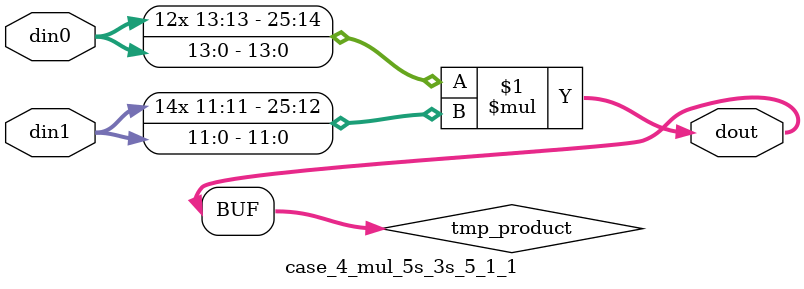
<source format=v>

`timescale 1 ns / 1 ps

 module case_4_mul_5s_3s_5_1_1(din0, din1, dout);
parameter ID = 1;
parameter NUM_STAGE = 0;
parameter din0_WIDTH = 14;
parameter din1_WIDTH = 12;
parameter dout_WIDTH = 26;

input [din0_WIDTH - 1 : 0] din0; 
input [din1_WIDTH - 1 : 0] din1; 
output [dout_WIDTH - 1 : 0] dout;

wire signed [dout_WIDTH - 1 : 0] tmp_product;



























assign tmp_product = $signed(din0) * $signed(din1);








assign dout = tmp_product;





















endmodule

</source>
